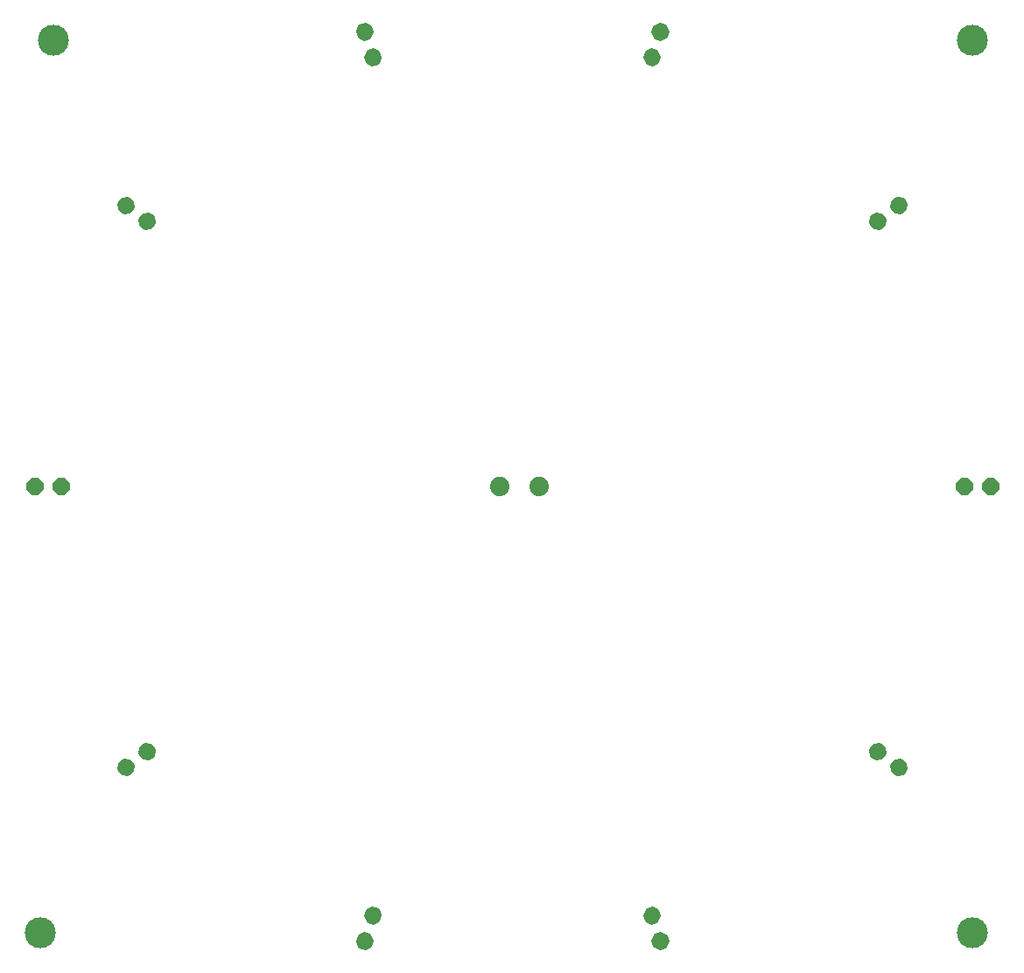
<source format=gbs>
G75*
%MOIN*%
%OFA0B0*%
%FSLAX25Y25*%
%IPPOS*%
%LPD*%
%AMOC8*
5,1,8,0,0,1.08239X$1,22.5*
%
%ADD10C,0.11824*%
%ADD11OC8,0.06400*%
%ADD12C,0.07400*%
%ADD13C,0.01280*%
D10*
X0016000Y0021000D03*
X0021000Y0361000D03*
X0371000Y0361000D03*
X0371000Y0021000D03*
D11*
X0368000Y0191000D03*
X0378000Y0191000D03*
X0024000Y0191000D03*
X0014000Y0191000D03*
D12*
X0191000Y0191000D03*
X0206000Y0191000D03*
D13*
X0337205Y0292106D02*
X0337845Y0292746D01*
X0337513Y0290651D01*
X0335798Y0289405D01*
X0333703Y0289737D01*
X0332457Y0291452D01*
X0332789Y0293547D01*
X0334504Y0294793D01*
X0336599Y0294461D01*
X0337845Y0292746D01*
X0336834Y0292503D01*
X0336627Y0291194D01*
X0335555Y0290416D01*
X0334246Y0290623D01*
X0333468Y0291695D01*
X0333675Y0293004D01*
X0334747Y0293782D01*
X0336056Y0293575D01*
X0336834Y0292503D01*
X0335824Y0292260D01*
X0335741Y0291737D01*
X0335312Y0291426D01*
X0334789Y0291509D01*
X0334478Y0291938D01*
X0334561Y0292461D01*
X0334990Y0292772D01*
X0335513Y0292689D01*
X0335824Y0292260D01*
X0345295Y0297984D02*
X0345935Y0298624D01*
X0345603Y0296529D01*
X0343888Y0295283D01*
X0341793Y0295615D01*
X0340547Y0297330D01*
X0340879Y0299425D01*
X0342594Y0300671D01*
X0344689Y0300339D01*
X0345935Y0298624D01*
X0344924Y0298381D01*
X0344717Y0297072D01*
X0343645Y0296294D01*
X0342336Y0296501D01*
X0341558Y0297573D01*
X0341765Y0298882D01*
X0342837Y0299660D01*
X0344146Y0299453D01*
X0344924Y0298381D01*
X0343914Y0298138D01*
X0343831Y0297615D01*
X0343402Y0297304D01*
X0342879Y0297387D01*
X0342568Y0297816D01*
X0342651Y0298339D01*
X0343080Y0298650D01*
X0343603Y0298567D01*
X0343914Y0298138D01*
X0253400Y0365559D02*
X0254040Y0366199D01*
X0255003Y0364309D01*
X0254348Y0362293D01*
X0252458Y0361330D01*
X0250442Y0361985D01*
X0249479Y0363875D01*
X0250134Y0365891D01*
X0252024Y0366854D01*
X0254040Y0366199D01*
X0253365Y0365409D01*
X0253967Y0364227D01*
X0253558Y0362968D01*
X0252376Y0362366D01*
X0251117Y0362775D01*
X0250515Y0363957D01*
X0250924Y0365216D01*
X0252106Y0365818D01*
X0253365Y0365409D01*
X0252690Y0364618D01*
X0252931Y0364146D01*
X0252767Y0363643D01*
X0252295Y0363402D01*
X0251792Y0363566D01*
X0251551Y0364038D01*
X0251715Y0364541D01*
X0252187Y0364782D01*
X0252690Y0364618D01*
X0250310Y0356049D02*
X0250950Y0356689D01*
X0251913Y0354799D01*
X0251258Y0352783D01*
X0249368Y0351820D01*
X0247352Y0352475D01*
X0246389Y0354365D01*
X0247044Y0356381D01*
X0248934Y0357344D01*
X0250950Y0356689D01*
X0250275Y0355899D01*
X0250877Y0354717D01*
X0250468Y0353458D01*
X0249286Y0352856D01*
X0248027Y0353265D01*
X0247425Y0354447D01*
X0247834Y0355706D01*
X0249016Y0356308D01*
X0250275Y0355899D01*
X0249600Y0355108D01*
X0249841Y0354636D01*
X0249677Y0354133D01*
X0249205Y0353892D01*
X0248702Y0354056D01*
X0248461Y0354528D01*
X0248625Y0355031D01*
X0249097Y0355272D01*
X0249600Y0355108D01*
X0142426Y0356704D02*
X0143066Y0357344D01*
X0144956Y0356381D01*
X0145611Y0354365D01*
X0144648Y0352475D01*
X0142632Y0351820D01*
X0140742Y0352783D01*
X0140087Y0354799D01*
X0141050Y0356689D01*
X0143066Y0357344D01*
X0142984Y0356308D01*
X0144166Y0355706D01*
X0144575Y0354447D01*
X0143973Y0353265D01*
X0142714Y0352856D01*
X0141532Y0353458D01*
X0141123Y0354717D01*
X0141725Y0355899D01*
X0142984Y0356308D01*
X0142903Y0355272D01*
X0143375Y0355031D01*
X0143539Y0354528D01*
X0143298Y0354056D01*
X0142795Y0353892D01*
X0142323Y0354133D01*
X0142159Y0354636D01*
X0142400Y0355108D01*
X0142903Y0355272D01*
X0139336Y0366214D02*
X0139976Y0366854D01*
X0141866Y0365891D01*
X0142521Y0363875D01*
X0141558Y0361985D01*
X0139542Y0361330D01*
X0137652Y0362293D01*
X0136997Y0364309D01*
X0137960Y0366199D01*
X0139976Y0366854D01*
X0139894Y0365818D01*
X0141076Y0365216D01*
X0141485Y0363957D01*
X0140883Y0362775D01*
X0139624Y0362366D01*
X0138442Y0362968D01*
X0138033Y0364227D01*
X0138635Y0365409D01*
X0139894Y0365818D01*
X0139813Y0364782D01*
X0140285Y0364541D01*
X0140449Y0364038D01*
X0140208Y0363566D01*
X0139705Y0363402D01*
X0139233Y0363643D01*
X0139069Y0364146D01*
X0139310Y0364618D01*
X0139813Y0364782D01*
X0056041Y0293821D02*
X0055401Y0294461D01*
X0057496Y0294793D01*
X0059211Y0293547D01*
X0059543Y0291452D01*
X0058297Y0289737D01*
X0056202Y0289405D01*
X0054487Y0290651D01*
X0054155Y0292746D01*
X0055401Y0294461D01*
X0055944Y0293575D01*
X0057253Y0293782D01*
X0058325Y0293004D01*
X0058532Y0291695D01*
X0057754Y0290623D01*
X0056445Y0290416D01*
X0055373Y0291194D01*
X0055166Y0292503D01*
X0055944Y0293575D01*
X0056487Y0292689D01*
X0057010Y0292772D01*
X0057439Y0292461D01*
X0057522Y0291938D01*
X0057211Y0291509D01*
X0056688Y0291426D01*
X0056259Y0291737D01*
X0056176Y0292260D01*
X0056487Y0292689D01*
X0047951Y0299699D02*
X0047311Y0300339D01*
X0049406Y0300671D01*
X0051121Y0299425D01*
X0051453Y0297330D01*
X0050207Y0295615D01*
X0048112Y0295283D01*
X0046397Y0296529D01*
X0046065Y0298624D01*
X0047311Y0300339D01*
X0047854Y0299453D01*
X0049163Y0299660D01*
X0050235Y0298882D01*
X0050442Y0297573D01*
X0049664Y0296501D01*
X0048355Y0296294D01*
X0047283Y0297072D01*
X0047076Y0298381D01*
X0047854Y0299453D01*
X0048397Y0298567D01*
X0048920Y0298650D01*
X0049349Y0298339D01*
X0049432Y0297816D01*
X0049121Y0297387D01*
X0048598Y0297304D01*
X0048169Y0297615D01*
X0048086Y0298138D01*
X0048397Y0298567D01*
X0054795Y0089894D02*
X0054155Y0089254D01*
X0054487Y0091349D01*
X0056202Y0092595D01*
X0058297Y0092263D01*
X0059543Y0090548D01*
X0059211Y0088453D01*
X0057496Y0087207D01*
X0055401Y0087539D01*
X0054155Y0089254D01*
X0055166Y0089497D01*
X0055373Y0090806D01*
X0056445Y0091584D01*
X0057754Y0091377D01*
X0058532Y0090305D01*
X0058325Y0088996D01*
X0057253Y0088218D01*
X0055944Y0088425D01*
X0055166Y0089497D01*
X0056176Y0089740D01*
X0056259Y0090263D01*
X0056688Y0090574D01*
X0057211Y0090491D01*
X0057522Y0090062D01*
X0057439Y0089539D01*
X0057010Y0089228D01*
X0056487Y0089311D01*
X0056176Y0089740D01*
X0046705Y0084016D02*
X0046065Y0083376D01*
X0046397Y0085471D01*
X0048112Y0086717D01*
X0050207Y0086385D01*
X0051453Y0084670D01*
X0051121Y0082575D01*
X0049406Y0081329D01*
X0047311Y0081661D01*
X0046065Y0083376D01*
X0047076Y0083619D01*
X0047283Y0084928D01*
X0048355Y0085706D01*
X0049664Y0085499D01*
X0050442Y0084427D01*
X0050235Y0083118D01*
X0049163Y0082340D01*
X0047854Y0082547D01*
X0047076Y0083619D01*
X0048086Y0083862D01*
X0048169Y0084385D01*
X0048598Y0084696D01*
X0049121Y0084613D01*
X0049432Y0084184D01*
X0049349Y0083661D01*
X0048920Y0083350D01*
X0048397Y0083433D01*
X0048086Y0083862D01*
X0138600Y0016441D02*
X0137960Y0015801D01*
X0136997Y0017691D01*
X0137652Y0019707D01*
X0139542Y0020670D01*
X0141558Y0020015D01*
X0142521Y0018125D01*
X0141866Y0016109D01*
X0139976Y0015146D01*
X0137960Y0015801D01*
X0138635Y0016591D01*
X0138033Y0017773D01*
X0138442Y0019032D01*
X0139624Y0019634D01*
X0140883Y0019225D01*
X0141485Y0018043D01*
X0141076Y0016784D01*
X0139894Y0016182D01*
X0138635Y0016591D01*
X0139310Y0017382D01*
X0139069Y0017854D01*
X0139233Y0018357D01*
X0139705Y0018598D01*
X0140208Y0018434D01*
X0140449Y0017962D01*
X0140285Y0017459D01*
X0139813Y0017218D01*
X0139310Y0017382D01*
X0141690Y0025951D02*
X0141050Y0025311D01*
X0140087Y0027201D01*
X0140742Y0029217D01*
X0142632Y0030180D01*
X0144648Y0029525D01*
X0145611Y0027635D01*
X0144956Y0025619D01*
X0143066Y0024656D01*
X0141050Y0025311D01*
X0141725Y0026101D01*
X0141123Y0027283D01*
X0141532Y0028542D01*
X0142714Y0029144D01*
X0143973Y0028735D01*
X0144575Y0027553D01*
X0144166Y0026294D01*
X0142984Y0025692D01*
X0141725Y0026101D01*
X0142400Y0026892D01*
X0142159Y0027364D01*
X0142323Y0027867D01*
X0142795Y0028108D01*
X0143298Y0027944D01*
X0143539Y0027472D01*
X0143375Y0026969D01*
X0142903Y0026728D01*
X0142400Y0026892D01*
X0249574Y0025296D02*
X0248934Y0024656D01*
X0247044Y0025619D01*
X0246389Y0027635D01*
X0247352Y0029525D01*
X0249368Y0030180D01*
X0251258Y0029217D01*
X0251913Y0027201D01*
X0250950Y0025311D01*
X0248934Y0024656D01*
X0249016Y0025692D01*
X0247834Y0026294D01*
X0247425Y0027553D01*
X0248027Y0028735D01*
X0249286Y0029144D01*
X0250468Y0028542D01*
X0250877Y0027283D01*
X0250275Y0026101D01*
X0249016Y0025692D01*
X0249097Y0026728D01*
X0248625Y0026969D01*
X0248461Y0027472D01*
X0248702Y0027944D01*
X0249205Y0028108D01*
X0249677Y0027867D01*
X0249841Y0027364D01*
X0249600Y0026892D01*
X0249097Y0026728D01*
X0252664Y0015786D02*
X0252024Y0015146D01*
X0250134Y0016109D01*
X0249479Y0018125D01*
X0250442Y0020015D01*
X0252458Y0020670D01*
X0254348Y0019707D01*
X0255003Y0017691D01*
X0254040Y0015801D01*
X0252024Y0015146D01*
X0252106Y0016182D01*
X0250924Y0016784D01*
X0250515Y0018043D01*
X0251117Y0019225D01*
X0252376Y0019634D01*
X0253558Y0019032D01*
X0253967Y0017773D01*
X0253365Y0016591D01*
X0252106Y0016182D01*
X0252187Y0017218D01*
X0251715Y0017459D01*
X0251551Y0017962D01*
X0251792Y0018434D01*
X0252295Y0018598D01*
X0252767Y0018357D01*
X0252931Y0017854D01*
X0252690Y0017382D01*
X0252187Y0017218D01*
X0335959Y0088179D02*
X0336599Y0087539D01*
X0334504Y0087207D01*
X0332789Y0088453D01*
X0332457Y0090548D01*
X0333703Y0092263D01*
X0335798Y0092595D01*
X0337513Y0091349D01*
X0337845Y0089254D01*
X0336599Y0087539D01*
X0336056Y0088425D01*
X0334747Y0088218D01*
X0333675Y0088996D01*
X0333468Y0090305D01*
X0334246Y0091377D01*
X0335555Y0091584D01*
X0336627Y0090806D01*
X0336834Y0089497D01*
X0336056Y0088425D01*
X0335513Y0089311D01*
X0334990Y0089228D01*
X0334561Y0089539D01*
X0334478Y0090062D01*
X0334789Y0090491D01*
X0335312Y0090574D01*
X0335741Y0090263D01*
X0335824Y0089740D01*
X0335513Y0089311D01*
X0344049Y0082301D02*
X0344689Y0081661D01*
X0342594Y0081329D01*
X0340879Y0082575D01*
X0340547Y0084670D01*
X0341793Y0086385D01*
X0343888Y0086717D01*
X0345603Y0085471D01*
X0345935Y0083376D01*
X0344689Y0081661D01*
X0344146Y0082547D01*
X0342837Y0082340D01*
X0341765Y0083118D01*
X0341558Y0084427D01*
X0342336Y0085499D01*
X0343645Y0085706D01*
X0344717Y0084928D01*
X0344924Y0083619D01*
X0344146Y0082547D01*
X0343603Y0083433D01*
X0343080Y0083350D01*
X0342651Y0083661D01*
X0342568Y0084184D01*
X0342879Y0084613D01*
X0343402Y0084696D01*
X0343831Y0084385D01*
X0343914Y0083862D01*
X0343603Y0083433D01*
M02*

</source>
